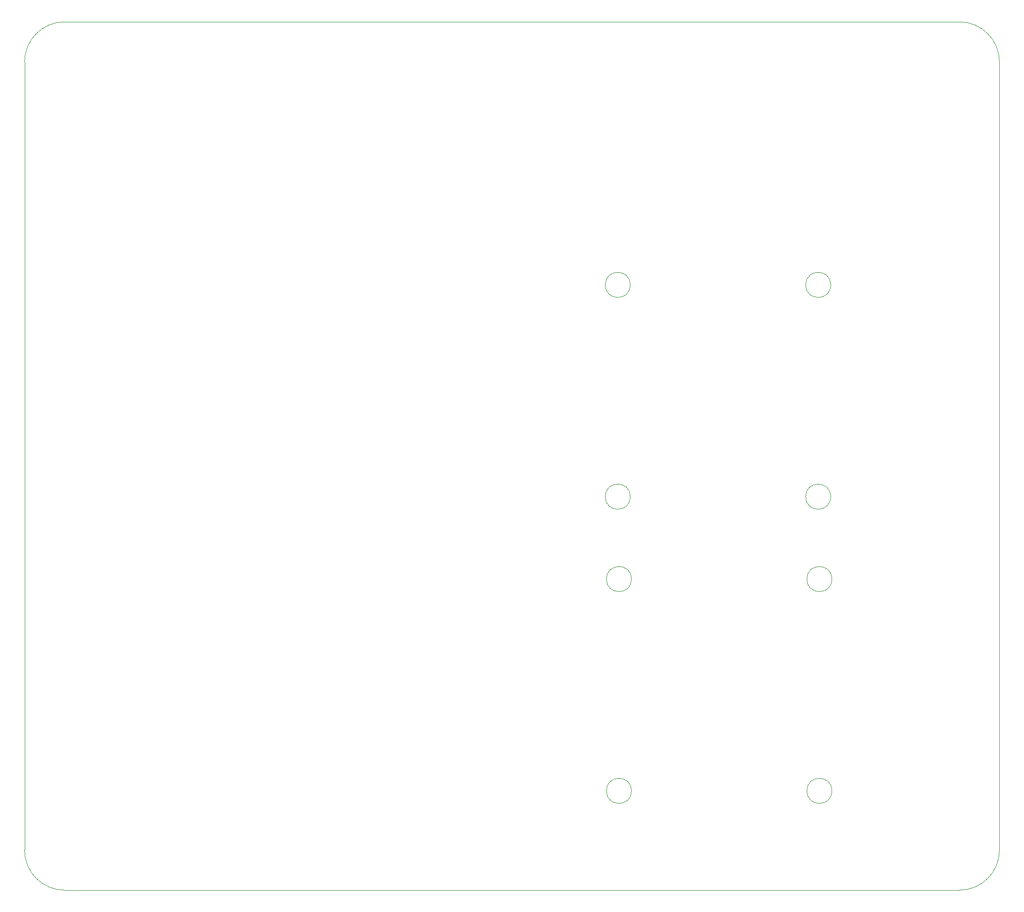
<source format=gbr>
%TF.GenerationSoftware,KiCad,Pcbnew,8.0.4*%
%TF.CreationDate,2025-02-18T10:12:20-08:00*%
%TF.ProjectId,pcc_v0.1,7063635f-7630-42e3-912e-6b696361645f,rev?*%
%TF.SameCoordinates,Original*%
%TF.FileFunction,Profile,NP*%
%FSLAX46Y46*%
G04 Gerber Fmt 4.6, Leading zero omitted, Abs format (unit mm)*
G04 Created by KiCad (PCBNEW 8.0.4) date 2025-02-18 10:12:20*
%MOMM*%
%LPD*%
G01*
G04 APERTURE LIST*
%TA.AperFunction,Profile*%
%ADD10C,0.050000*%
%TD*%
G04 APERTURE END LIST*
D10*
X59800253Y-172350253D02*
G75*
G02*
X52800257Y-165350253I-3J6999993D01*
G01*
X52800000Y-27650000D02*
X52800253Y-165350253D01*
X59800000Y-20650000D02*
X216050000Y-20650000D01*
X223050253Y-165350253D02*
G75*
G02*
X216050253Y-172350253I-7000003J3D01*
G01*
X52800000Y-27650000D02*
G75*
G02*
X59800000Y-20650000I7000000J0D01*
G01*
X216050000Y-20650000D02*
G75*
G02*
X223050000Y-27650000I-100J-7000100D01*
G01*
X223050000Y-27650000D02*
X223050253Y-165350253D01*
X59800253Y-172350253D02*
X216050253Y-172350253D01*
%TO.C,R28*%
X158800000Y-118000000D02*
G75*
G02*
X154400000Y-118000000I-2200000J0D01*
G01*
X154400000Y-118000000D02*
G75*
G02*
X158800000Y-118000000I2200000J0D01*
G01*
X158800000Y-155000000D02*
G75*
G02*
X154400000Y-155000000I-2200000J0D01*
G01*
X154400000Y-155000000D02*
G75*
G02*
X158800000Y-155000000I2200000J0D01*
G01*
X193800000Y-118000000D02*
G75*
G02*
X189400000Y-118000000I-2200000J0D01*
G01*
X189400000Y-118000000D02*
G75*
G02*
X193800000Y-118000000I2200000J0D01*
G01*
X193800000Y-155000000D02*
G75*
G02*
X189400000Y-155000000I-2200000J0D01*
G01*
X189400000Y-155000000D02*
G75*
G02*
X193800000Y-155000000I2200000J0D01*
G01*
%TO.C,R29*%
X158600000Y-66600000D02*
G75*
G02*
X154200000Y-66600000I-2200000J0D01*
G01*
X154200000Y-66600000D02*
G75*
G02*
X158600000Y-66600000I2200000J0D01*
G01*
X158600000Y-103600000D02*
G75*
G02*
X154200000Y-103600000I-2200000J0D01*
G01*
X154200000Y-103600000D02*
G75*
G02*
X158600000Y-103600000I2200000J0D01*
G01*
X193600000Y-66600000D02*
G75*
G02*
X189200000Y-66600000I-2200000J0D01*
G01*
X189200000Y-66600000D02*
G75*
G02*
X193600000Y-66600000I2200000J0D01*
G01*
X193600000Y-103600000D02*
G75*
G02*
X189200000Y-103600000I-2200000J0D01*
G01*
X189200000Y-103600000D02*
G75*
G02*
X193600000Y-103600000I2200000J0D01*
G01*
%TD*%
M02*

</source>
